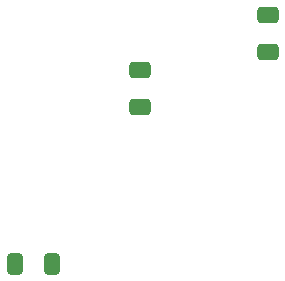
<source format=gbr>
%TF.GenerationSoftware,KiCad,Pcbnew,9.0.0*%
%TF.CreationDate,2025-04-23T13:11:14+02:00*%
%TF.ProjectId,DIMECRES_C_retrovisors,44494d45-4352-4455-935f-435f72657472,rev?*%
%TF.SameCoordinates,Original*%
%TF.FileFunction,Paste,Bot*%
%TF.FilePolarity,Positive*%
%FSLAX46Y46*%
G04 Gerber Fmt 4.6, Leading zero omitted, Abs format (unit mm)*
G04 Created by KiCad (PCBNEW 9.0.0) date 2025-04-23 13:11:14*
%MOMM*%
%LPD*%
G01*
G04 APERTURE LIST*
G04 Aperture macros list*
%AMRoundRect*
0 Rectangle with rounded corners*
0 $1 Rounding radius*
0 $2 $3 $4 $5 $6 $7 $8 $9 X,Y pos of 4 corners*
0 Add a 4 corners polygon primitive as box body*
4,1,4,$2,$3,$4,$5,$6,$7,$8,$9,$2,$3,0*
0 Add four circle primitives for the rounded corners*
1,1,$1+$1,$2,$3*
1,1,$1+$1,$4,$5*
1,1,$1+$1,$6,$7*
1,1,$1+$1,$8,$9*
0 Add four rect primitives between the rounded corners*
20,1,$1+$1,$2,$3,$4,$5,0*
20,1,$1+$1,$4,$5,$6,$7,0*
20,1,$1+$1,$6,$7,$8,$9,0*
20,1,$1+$1,$8,$9,$2,$3,0*%
G04 Aperture macros list end*
%ADD10RoundRect,0.250000X0.650000X-0.412500X0.650000X0.412500X-0.650000X0.412500X-0.650000X-0.412500X0*%
%ADD11RoundRect,0.250000X-0.412500X-0.650000X0.412500X-0.650000X0.412500X0.650000X-0.412500X0.650000X0*%
G04 APERTURE END LIST*
D10*
%TO.C,C14*%
X117075000Y-95175000D03*
X117075000Y-92050000D03*
%TD*%
D11*
%TO.C,C10*%
X106435000Y-108425000D03*
X109560000Y-108425000D03*
%TD*%
D10*
%TO.C,C9*%
X127900000Y-90475000D03*
X127900000Y-87350000D03*
%TD*%
M02*

</source>
